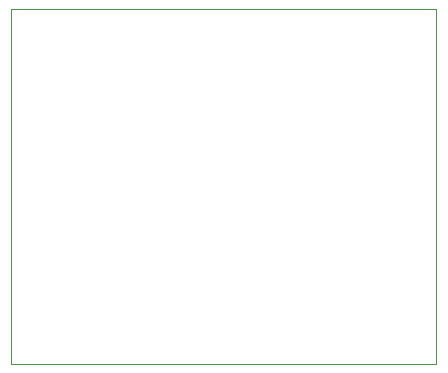
<source format=gbr>
%TF.GenerationSoftware,KiCad,Pcbnew,7.0.7*%
%TF.CreationDate,2023-11-09T15:37:00-05:00*%
%TF.ProjectId,Occupancy_Sensor-A,4f636375-7061-46e6-9379-5f53656e736f,rev?*%
%TF.SameCoordinates,Original*%
%TF.FileFunction,Profile,NP*%
%FSLAX46Y46*%
G04 Gerber Fmt 4.6, Leading zero omitted, Abs format (unit mm)*
G04 Created by KiCad (PCBNEW 7.0.7) date 2023-11-09 15:37:00*
%MOMM*%
%LPD*%
G01*
G04 APERTURE LIST*
%TA.AperFunction,Profile*%
%ADD10C,0.100000*%
%TD*%
G04 APERTURE END LIST*
D10*
X166000000Y-100000000D02*
X130000000Y-100000000D01*
X130000000Y-130000000D02*
X166000000Y-130000000D01*
X166000000Y-130000000D02*
X166000000Y-100000000D01*
X130000000Y-100000000D02*
X130000000Y-130000000D01*
M02*

</source>
